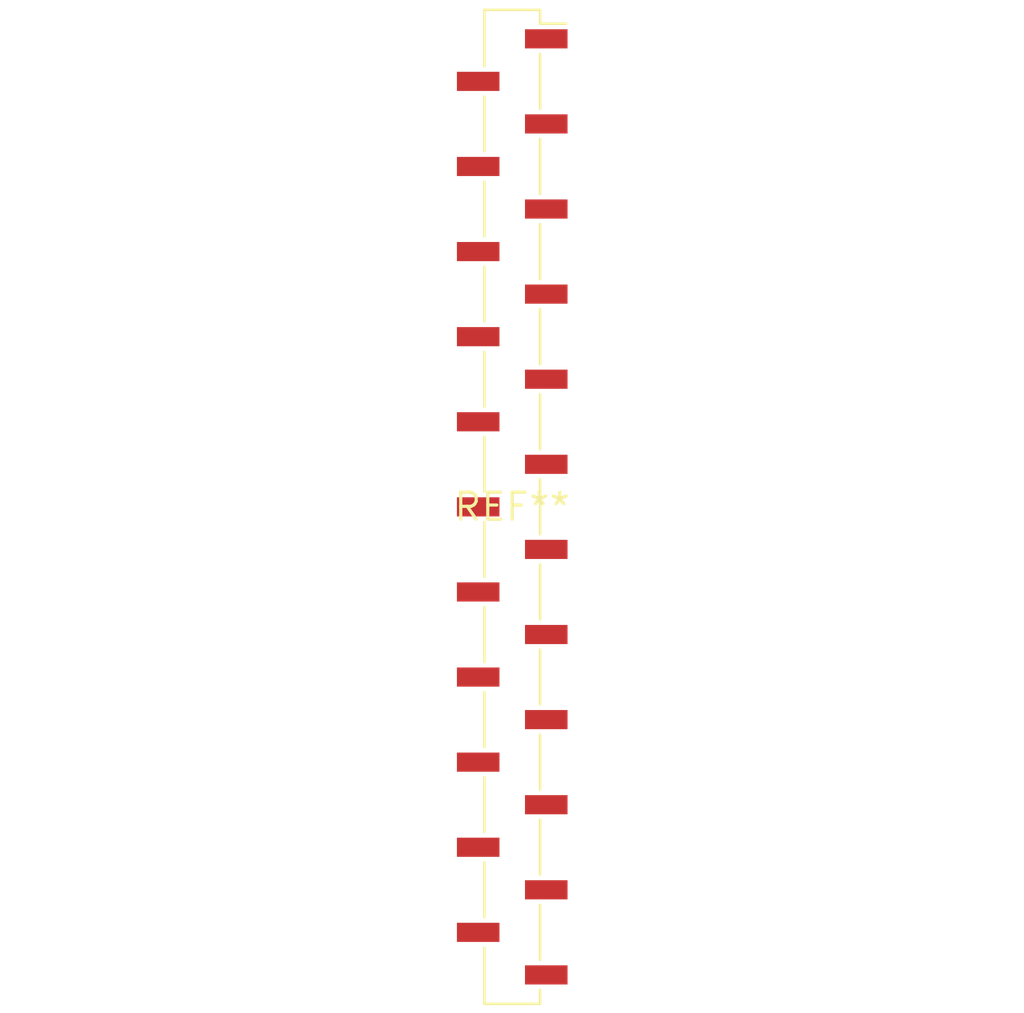
<source format=kicad_pcb>
(kicad_pcb (version 20240108) (generator pcbnew)
  (layers (0 "F.Cu" signal) (31 "B.Cu" signal) (34 "B.Paste" user) (35 "F.Paste" user) (36 "B.SilkS" user "B.Silkscreen") (37 "F.SilkS" user "F.Silkscreen") (38 "B.Mask" user) (39 "F.Mask" user) (44 "Edge.Cuts" user))
  (net 0 "")
  (footprint "PinSocket_1x23_P2.00mm_Vertical_SMD_Pin1Right" (layer "F.Cu") (at 0 0)
    (property "Reference" "REF**")
    (property "Value" "PinSocket_1x23_P2.00mm_Vertical_SMD_Pin1Right")
    (fp_line (start -1.31 -23.36) (end -1.31 -20.71) (layer "F.SilkS") (stroke (width 0.12)))
    (fp_line (start -1.31 -23.36) (end 1.31 -23.36) (layer "F.SilkS") (stroke (width 0.12)))
    (fp_line (start -1.31 -19.29) (end -1.31 -16.71) (layer "F.SilkS") (stroke (width 0.12)))
    (fp_line (start -1.31 -15.29) (end -1.31 -12.71) (layer "F.SilkS") (stroke (width 0.12)))
    (fp_line (start -1.31 -11.29) (end -1.31 -8.71) (layer "F.SilkS") (stroke (width 0.12)))
    (fp_line (start -1.31 -7.29) (end -1.31 -4.71) (layer "F.SilkS") (stroke (width 0.12)))
    (fp_line (start -1.31 -3.29) (end -1.31 -0.71) (layer "F.SilkS") (stroke (width 0.12)))
    (fp_line (start -1.31 0.71) (end -1.31 3.29) (layer "F.SilkS") (stroke (width 0.12)))
    (fp_line (start -1.31 4.71) (end -1.31 7.29) (layer "F.SilkS") (stroke (width 0.12)))
    (fp_line (start -1.31 8.71) (end -1.31 11.29) (layer "F.SilkS") (stroke (width 0.12)))
    (fp_line (start -1.31 12.71) (end -1.31 15.29) (layer "F.SilkS") (stroke (width 0.12)))
    (fp_line (start -1.31 16.71) (end -1.31 19.29) (layer "F.SilkS") (stroke (width 0.12)))
    (fp_line (start -1.31 20.71) (end -1.31 23.36) (layer "F.SilkS") (stroke (width 0.12)))
    (fp_line (start -1.31 23.36) (end 1.31 23.36) (layer "F.SilkS") (stroke (width 0.12)))
    (fp_line (start 1.31 -23.36) (end 1.31 -22.71) (layer "F.SilkS") (stroke (width 0.12)))
    (fp_line (start 1.31 -22.71) (end 2.54 -22.71) (layer "F.SilkS") (stroke (width 0.12)))
    (fp_line (start 1.31 -21.29) (end 1.31 -18.71) (layer "F.SilkS") (stroke (width 0.12)))
    (fp_line (start 1.31 -17.29) (end 1.31 -14.71) (layer "F.SilkS") (stroke (width 0.12)))
    (fp_line (start 1.31 -13.29) (end 1.31 -10.71) (layer "F.SilkS") (stroke (width 0.12)))
    (fp_line (start 1.31 -9.29) (end 1.31 -6.71) (layer "F.SilkS") (stroke (width 0.12)))
    (fp_line (start 1.31 -5.29) (end 1.31 -2.71) (layer "F.SilkS") (stroke (width 0.12)))
    (fp_line (start 1.31 -1.29) (end 1.31 1.29) (layer "F.SilkS") (stroke (width 0.12)))
    (fp_line (start 1.31 2.71) (end 1.31 5.29) (layer "F.SilkS") (stroke (width 0.12)))
    (fp_line (start 1.31 6.71) (end 1.31 9.29) (layer "F.SilkS") (stroke (width 0.12)))
    (fp_line (start 1.31 10.71) (end 1.31 13.29) (layer "F.SilkS") (stroke (width 0.12)))
    (fp_line (start 1.31 14.71) (end 1.31 17.29) (layer "F.SilkS") (stroke (width 0.12)))
    (fp_line (start 1.31 18.71) (end 1.31 21.29) (layer "F.SilkS") (stroke (width 0.12)))
    (fp_line (start 1.31 22.71) (end 1.31 23.36) (layer "F.SilkS") (stroke (width 0.12)))
    (pad "1" smd rect (at 1.6 -22) (size 2 0.9) (layers "F.Cu" "F.Paste" "F.Mask"))
    (pad "2" smd rect (at -1.6 -20) (size 2 0.9) (layers "F.Cu" "F.Paste" "F.Mask"))
    (pad "3" smd rect (at 1.6 -18) (size 2 0.9) (layers "F.Cu" "F.Paste" "F.Mask"))
    (pad "4" smd rect (at -1.6 -16) (size 2 0.9) (layers "F.Cu" "F.Paste" "F.Mask"))
    (pad "5" smd rect (at 1.6 -14) (size 2 0.9) (layers "F.Cu" "F.Paste" "F.Mask"))
    (pad "6" smd rect (at -1.6 -12) (size 2 0.9) (layers "F.Cu" "F.Paste" "F.Mask"))
    (pad "7" smd rect (at 1.6 -10) (size 2 0.9) (layers "F.Cu" "F.Paste" "F.Mask"))
    (pad "8" smd rect (at -1.6 -8) (size 2 0.9) (layers "F.Cu" "F.Paste" "F.Mask"))
    (pad "9" smd rect (at 1.6 -6) (size 2 0.9) (layers "F.Cu" "F.Paste" "F.Mask"))
    (pad "10" smd rect (at -1.6 -4) (size 2 0.9) (layers "F.Cu" "F.Paste" "F.Mask"))
    (pad "11" smd rect (at 1.6 -2) (size 2 0.9) (layers "F.Cu" "F.Paste" "F.Mask"))
    (pad "12" smd rect (at -1.6 0) (size 2 0.9) (layers "F.Cu" "F.Paste" "F.Mask"))
    (pad "13" smd rect (at 1.6 2) (size 2 0.9) (layers "F.Cu" "F.Paste" "F.Mask"))
    (pad "14" smd rect (at -1.6 4) (size 2 0.9) (layers "F.Cu" "F.Paste" "F.Mask"))
    (pad "15" smd rect (at 1.6 6) (size 2 0.9) (layers "F.Cu" "F.Paste" "F.Mask"))
    (pad "16" smd rect (at -1.6 8) (size 2 0.9) (layers "F.Cu" "F.Paste" "F.Mask"))
    (pad "17" smd rect (at 1.6 10) (size 2 0.9) (layers "F.Cu" "F.Paste" "F.Mask"))
    (pad "18" smd rect (at -1.6 12) (size 2 0.9) (layers "F.Cu" "F.Paste" "F.Mask"))
    (pad "19" smd rect (at 1.6 14) (size 2 0.9) (layers "F.Cu" "F.Paste" "F.Mask"))
    (pad "20" smd rect (at -1.6 16) (size 2 0.9) (layers "F.Cu" "F.Paste" "F.Mask"))
    (pad "21" smd rect (at 1.6 18) (size 2 0.9) (layers "F.Cu" "F.Paste" "F.Mask"))
    (pad "22" smd rect (at -1.6 20) (size 2 0.9) (layers "F.Cu" "F.Paste" "F.Mask"))
    (pad "23" smd rect (at 1.6 22) (size 2 0.9) (layers "F.Cu" "F.Paste" "F.Mask"))
  )
)
</source>
